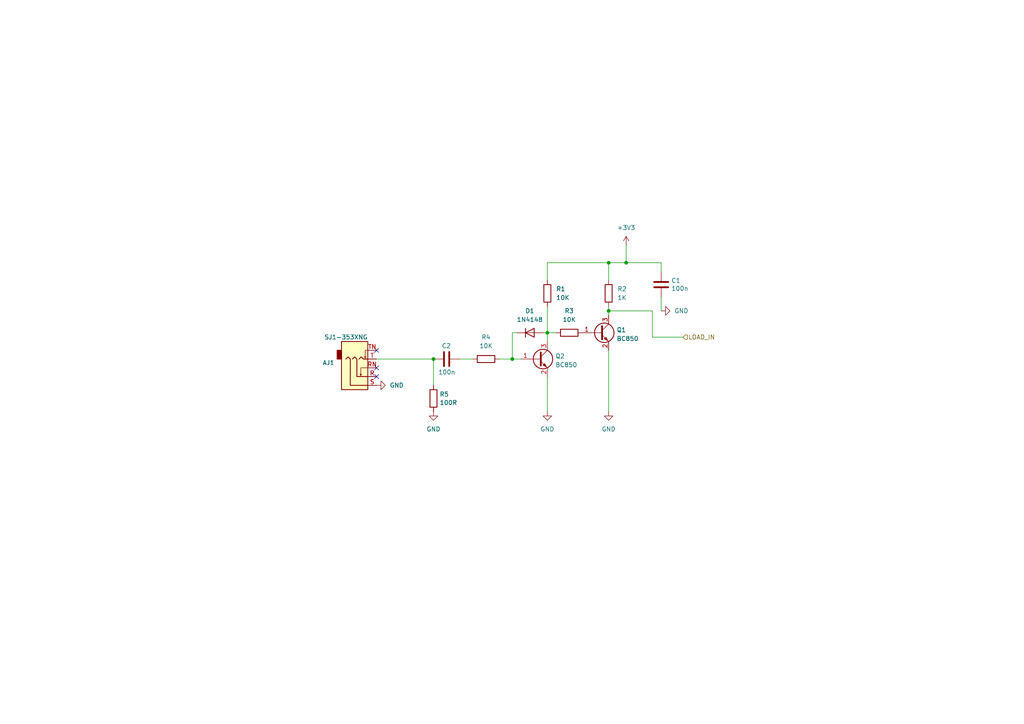
<source format=kicad_sch>
(kicad_sch (version 20250114) (generator "eeschema") (generator_version "9.0")
  (paper "A4")
  (title_block (title "FRANK M1") (date "2025-04-09") (rev "${VERSION}") (company "Mikhail Matveev") (comment 1 "https://github.com/xtremespb/frank"))
  (lib_symbols
    (symbol "BC850_1" (pin_names (offset 0) (hide yes))
      (property "Reference" "Q" (at 5.08 1.905 0))
      (property "Value" "BC850" (at 5.08 0 0))
      (symbol "BC850_1_0_1"
        (polyline (pts (xy -2.54 0) (xy 0.635 0)))
        (polyline (pts (xy 0.635 1.905) (xy 0.635 -1.905)) (stroke (width 0.508)))
        (circle (center 1.27 0) (radius 2.8194) (stroke (width 0.254)))
      )
      (symbol "BC850_1_1_1"
        (polyline (pts (xy 0.635 0.635) (xy 2.54 2.54)))
        (polyline (pts (xy 0.635 -0.635) (xy 2.54 -2.54)))
        (polyline (pts (xy 1.27 -1.778) (xy 1.778 -1.27) (xy 2.286 -2.286) (xy 1.27 -1.778)) (fill (type outline)))
        (pin input line (at -5.08 0 0) (length 2.54) (name "B") (number "1"))
        (pin passive line (at 2.54 5.08 270) (length 2.54) (name "C") (number "3"))
        (pin passive line (at 2.54 -5.08 90) (length 2.54) (name "E") (number "2"))
      )
    )
    (symbol "Device:C" (pin_numbers (hide yes)) (pin_names (offset 0.254))
      (property "Reference" "C" (at 0.635 2.54 0))
      (property "Value" "C" (at 0.635 -2.54 0))
      (symbol "C_0_1"
        (polyline (pts (xy -2.032 0.762) (xy 2.032 0.762)) (stroke (width 0.508)))
        (polyline (pts (xy -2.032 -0.762) (xy 2.032 -0.762)) (stroke (width 0.508)))
      )
      (symbol "C_1_1"
        (pin passive line (at 0 3.81 270) (length 2.794) (name "~") (number "1"))
        (pin passive line (at 0 -3.81 90) (length 2.794) (name "~") (number "2"))
      )
    )
    (symbol "Device:D" (pin_numbers (hide yes)) (pin_names (offset 1.016) (hide yes))
      (property "Reference" "D" (at 0 2.54 0))
      (property "Value" "D" (at 0 -2.54 0))
      (symbol "D_0_1"
        (polyline (pts (xy -1.27 1.27) (xy -1.27 -1.27)) (stroke (width 0.254)))
        (polyline (pts (xy 1.27 1.27) (xy 1.27 -1.27) (xy -1.27 0) (xy 1.27 1.27)) (stroke (width 0.254)))
        (polyline (pts (xy 1.27 0) (xy -1.27 0)))
      )
      (symbol "D_1_1"
        (pin passive line (at -3.81 0 0) (length 2.54) (name "K") (number "1"))
        (pin passive line (at 3.81 0 180) (length 2.54) (name "A") (number "2"))
      )
    )
    (symbol "Device:R" (pin_numbers (hide yes)) (pin_names (offset 0))
      (property "Reference" "R" (at 2.032 0 90))
      (property "Value" "R" (at 0 0 90))
      (symbol "R_0_1"
        (rectangle (start -1.016 -2.54) (end 1.016 2.54) (stroke (width 0.254)))
      )
      (symbol "R_1_1"
        (pin passive line (at 0 3.81 270) (length 1.27) (name "~") (number "1"))
        (pin passive line (at 0 -3.81 90) (length 1.27) (name "~") (number "2"))
      )
    )
    (symbol "FRANK:AudioJack_3.5mm"
      (property "Reference" "AJ2" (at -7.1119 -4.0097 0))
      (symbol "AudioJack_3.5mm_0_1"
        (rectangle (start -5.08 -5.08) (end -6.35 -7.62) (stroke (width 0.254)) (fill (type outline)))
        (polyline (pts (xy -1.905 -5.08) (xy -1.27 -5.715) (xy -0.635 -5.08) (xy -0.635 0) (xy 2.54 0)) (stroke (width 0.254)))
        (polyline (pts (xy 0 -5.08) (xy 0.635 -5.715) (xy 1.27 -5.08) (xy 2.54 -5.08)) (stroke (width 0.254)))
        (polyline (pts (xy 0.508 -0.254) (xy 0.762 -0.762)))
        (polyline (pts (xy 1.778 -5.334) (xy 2.032 -5.842)))
        (rectangle (start 2.54 3.81) (end -5.08 -10.16) (stroke (width 0.254)) (fill (type background)))
        (polyline (pts (xy 2.54 2.54) (xy -2.54 2.54) (xy -2.54 -5.08) (xy -3.175 -5.715) (xy -3.81 -5.08)) (stroke (width 0.254)))
        (polyline (pts (xy 2.54 -2.54) (xy 0.508 -2.54) (xy 0.508 -0.254) (xy 0.254 -0.762)))
        (polyline (pts (xy 2.54 -7.62) (xy 1.778 -7.62) (xy 1.778 -5.334) (xy 1.524 -5.842)))
      )
      (symbol "AudioJack_3.5mm_1_1"
        (pin passive line (at 5.08 2.54 180) (length 2.54) (name "~") (number "S"))
        (pin passive line (at 5.08 0 180) (length 2.54) (name "~") (number "R"))
        (pin passive line (at 5.08 -2.54 180) (length 2.54) (name "~") (number "RN"))
        (pin passive line (at 5.08 -5.08 180) (length 2.54) (name "~") (number "T"))
        (pin passive line (at 5.08 -7.62 180) (length 2.54) (name "~") (number "TN"))
      )
    )
    (symbol "GND_1" (power) (pin_numbers (hide yes)) (pin_names (offset 0) (hide yes))
      (property "Value" "GND" (at 0 -3.81 0))
      (symbol "GND_1_0_1"
        (polyline (pts (xy 0 0) (xy 0 -1.27) (xy 1.27 -1.27) (xy 0 -2.54) (xy -1.27 -1.27) (xy 0 -1.27)))
      )
      (symbol "GND_1_1_1"
        (pin power_in line (at 0 0 270) (length 0) (name "~") (number "1"))
      )
    )
    (symbol "GND_2" (power) (pin_numbers (hide yes)) (pin_names (offset 0) (hide yes))
      (property "Value" "GND" (at 0 -3.81 0))
      (symbol "GND_2_0_1"
        (polyline (pts (xy 0 0) (xy 0 -1.27) (xy 1.27 -1.27) (xy 0 -2.54) (xy -1.27 -1.27) (xy 0 -1.27)))
      )
      (symbol "GND_2_1_1"
        (pin power_in line (at 0 0 270) (length 0) (name "~") (number "1"))
      )
    )
    (symbol "GND_3" (power) (pin_numbers (hide yes)) (pin_names (offset 0) (hide yes))
      (property "Value" "GND" (at 0 -3.81 0))
      (symbol "GND_3_0_1"
        (polyline (pts (xy 0 0) (xy 0 -1.27) (xy 1.27 -1.27) (xy 0 -2.54) (xy -1.27 -1.27) (xy 0 -1.27)))
      )
      (symbol "GND_3_1_1"
        (pin power_in line (at 0 0 270) (length 0) (name "~") (number "1"))
      )
    )
    (symbol "GND_4" (power) (pin_numbers (hide yes)) (pin_names (offset 0) (hide yes))
      (property "Value" "GND" (at 0 -3.81 0))
      (symbol "GND_4_0_1"
        (polyline (pts (xy 0 0) (xy 0 -1.27) (xy 1.27 -1.27) (xy 0 -2.54) (xy -1.27 -1.27) (xy 0 -1.27)))
      )
      (symbol "GND_4_1_1"
        (pin power_in line (at 0 0 270) (length 0) (name "~") (number "1"))
      )
    )
    (symbol "Transistor_BJT:BC850" (pin_names (offset 0) (hide yes))
      (property "Reference" "Q" (at 5.08 1.905 0))
      (property "Value" "BC850" (at 5.08 0 0))
      (symbol "BC850_0_1"
        (polyline (pts (xy -2.54 0) (xy 0.635 0)))
        (polyline (pts (xy 0.635 1.905) (xy 0.635 -1.905)) (stroke (width 0.508)))
        (circle (center 1.27 0) (radius 2.8194) (stroke (width 0.254)))
      )
      (symbol "BC850_1_1"
        (polyline (pts (xy 0.635 0.635) (xy 2.54 2.54)))
        (polyline (pts (xy 0.635 -0.635) (xy 2.54 -2.54)))
        (polyline (pts (xy 1.27 -1.778) (xy 1.778 -1.27) (xy 2.286 -2.286) (xy 1.27 -1.778)) (fill (type outline)))
        (pin input line (at -5.08 0 0) (length 2.54) (name "B") (number "1"))
        (pin passive line (at 2.54 5.08 270) (length 2.54) (name "C") (number "3"))
        (pin passive line (at 2.54 -5.08 90) (length 2.54) (name "E") (number "2"))
      )
    )
    (symbol "power:+3V3" (power) (pin_numbers (hide yes)) (pin_names (offset 0) (hide yes))
      (property "Value" "+3V3" (at 0 3.556 0))
      (symbol "+3V3_0_1"
        (polyline (pts (xy -0.762 1.27) (xy 0 2.54)))
        (polyline (pts (xy 0 2.54) (xy 0.762 1.27)))
        (polyline (pts (xy 0 0) (xy 0 2.54)))
      )
      (symbol "+3V3_1_1"
        (pin power_in line (at 0 0 90) (length 0) (name "~") (number "1"))
      )
    )
    (symbol "power:GND" (power) (pin_numbers (hide yes)) (pin_names (offset 0) (hide yes))
      (property "Value" "GND" (at 0 -3.81 0))
      (symbol "GND_0_1"
        (polyline (pts (xy 0 0) (xy 0 -1.27) (xy 1.27 -1.27) (xy 0 -2.54) (xy -1.27 -1.27) (xy 0 -1.27)))
      )
      (symbol "GND_1_1"
        (pin power_in line (at 0 0 270) (length 0) (name "~") (number "1"))
      )
    )
  )
  (junction (at 176.53 90.17))
  (junction (at 148.59 104.14))
  (junction (at 125.73 104.14))
  (junction (at 158.75 96.52))
  (junction (at 181.61 76.2))
  (junction (at 176.53 76.2))
  (no_connect (at 109.22 101.6))
  (no_connect (at 109.22 106.68))
  (no_connect (at 109.22 109.22))
  (wire (pts (xy 176.53 90.17) (xy 189.23 90.17)))
  (wire (pts (xy 158.75 96.52) (xy 158.75 99.06)))
  (wire (pts (xy 144.78 104.14) (xy 148.59 104.14)))
  (wire (pts (xy 181.61 76.2) (xy 191.77 76.2)))
  (wire (pts (xy 189.23 90.17) (xy 189.23 97.79)))
  (wire (pts (xy 157.48 96.52) (xy 158.75 96.52)))
  (wire (pts (xy 148.59 104.14) (xy 151.13 104.14)))
  (wire (pts (xy 176.53 90.17) (xy 176.53 91.44)))
  (wire (pts (xy 149.86 96.52) (xy 148.59 96.52)))
  (wire (pts (xy 189.23 97.79) (xy 198.12 97.79)))
  (wire (pts (xy 148.59 96.52) (xy 148.59 104.14)))
  (wire (pts (xy 133.35 104.14) (xy 137.16 104.14)))
  (wire (pts (xy 176.53 76.2) (xy 181.61 76.2)))
  (wire (pts (xy 158.75 109.22) (xy 158.75 119.38)))
  (wire (pts (xy 176.53 76.2) (xy 176.53 81.28)))
  (wire (pts (xy 158.75 76.2) (xy 158.75 81.28)))
  (wire (pts (xy 181.61 71.12) (xy 181.61 76.2)))
  (wire (pts (xy 176.53 101.6) (xy 176.53 119.38)))
  (wire (pts (xy 191.77 86.36) (xy 191.77 90.17)))
  (wire (pts (xy 158.75 76.2) (xy 176.53 76.2)))
  (wire (pts (xy 191.77 76.2) (xy 191.77 78.74)))
  (wire (pts (xy 109.22 104.14) (xy 125.73 104.14)))
  (wire (pts (xy 158.75 88.9) (xy 158.75 96.52)))
  (wire (pts (xy 176.53 88.9) (xy 176.53 90.17)))
  (wire (pts (xy 125.73 104.14) (xy 125.73 111.76)))
  (wire (pts (xy 158.75 96.52) (xy 161.29 96.52)))
  (hierarchical_label "LOAD_IN" (shape input) (at 198.12 97.79 0))
  (symbol (lib_id "Device:D") (at 153.67 96.52 0) (unit 1)
    (property "Reference" "D7" (at 153.67 90.17 0))
    (property "Value" "1N4148" (at 153.67 92.71 0))
    (property "Footprint" "FRANK:Diode (SOD-323)" (effects (hide yes)))
    (property "Datasheet" "https://www.vishay.com/docs/85748/1n4148w.pdf" (effects (hide yes)))
    (property "Description" "Diode" (effects (hide yes)))
    (property "Sim.Device" "D" (effects (hide yes)))
    (property "Sim.Pins" "1=K 2=A" (effects (hide yes)))
    (property "AliExpress" "https://www.aliexpress.com/item/1005005707644429.html" (effects (hide yes)))
    (instances (project "" (path "" (reference "D1") (unit 1))) (project "" (path "" (reference "D7") (unit 1))))
  )
  (symbol (lib_name "GND_2") (lib_id "power:GND") (at 158.75 119.38 0) (unit 1)
    (property "Reference" "#PWR054" (effects (hide yes)))
    (property "Value" "GND" (at 158.75 124.46 0))
    (property "Description" "Power symbol creates a global label with name \"GND\" , ground" (effects (hide yes)))
    (instances (project "" (path "" (reference "#PWR07") (unit 1))) (project "" (path "" (reference "#PWR054") (unit 1))))
  )
  (symbol (lib_id "Device:R") (at 165.1 96.52 90) (unit 1)
    (property "Reference" "R30" (at 165.1 90.17 90))
    (property "Value" "10K" (at 165.1 92.71 90))
    (property "Footprint" "FRANK:Resistor (0805)" (effects (hide yes)))
    (property "Datasheet" "https://www.vishay.com/docs/28952/mcs0402at-mct0603at-mcu0805at-mca1206at.pdf" (effects (hide yes)))
    (property "AliExpress" "https://www.aliexpress.com/item/1005005945735199.html" (effects (hide yes)))
    (instances (project "38NJU24" (path "" (reference "R3") (unit 1))) (project "38NJU24" (path "" (reference "R30") (unit 1))))
  )
  (symbol (lib_id "power:GND") (at 125.73 119.38 0) (unit 1)
    (property "Reference" "#PWR053" (effects (hide yes)))
    (property "Value" "GND" (at 125.73 124.46 0))
    (property "Description" "Power symbol creates a global label with name \"GND\" , ground" (effects (hide yes)))
    (instances (project "" (path "" (reference "#PWR06") (unit 1))) (project "" (path "" (reference "#PWR053") (unit 1))))
  )
  (symbol (lib_id "Device:R") (at 176.53 85.09 0) (unit 1)
    (property "Reference" "R29" (at 179.07 83.8199 0) (effects (justify left)))
    (property "Value" "1K" (at 179.07 86.3599 0) (effects (justify left)))
    (property "Footprint" "FRANK:Resistor (0805)" (effects (hide yes)))
    (property "Datasheet" "https://www.vishay.com/docs/28952/mcs0402at-mct0603at-mcu0805at-mca1206at.pdf" (effects (hide yes)))
    (property "AliExpress" "https://www.aliexpress.com/item/1005005945735199.html" (effects (hide yes)))
    (instances (project "38NJU24" (path "" (reference "R2") (unit 1))) (project "38NJU24" (path "" (reference "R29") (unit 1))))
  )
  (symbol (lib_id "FRANK:AudioJack_3.5mm") (at 104.14 109.22 0) (mirror x) (unit 1)
    (property "Reference" "J11" (at 97.0281 105.2103 0) (effects (justify right)))
    (property "Value" "SJ1-353XNG" (at 106.68 97.79 0) (effects (justify right)))
    (property "Footprint" "FRANK:Jack (3.5mm)" (effects (hide yes)))
    (property "Datasheet" "https://eu.mouser.com/datasheet/2/1628/sj1_353xng-3511142.pdf" (effects (hide yes)))
    (property "Description" "Audio Jack, 3 Poles (Stereo / TRS), Switched TR Poles (Normalling)" (effects (hide yes)))
    (property "AliExpress" "https://www.aliexpress.com/item/1005006710837751.html" (effects (hide yes)))
    (instances (project "38NJU24" (path "" (reference "AJ1") (unit 1))) (project "38NJU24" (path "" (reference "J11") (unit 1))))
  )
  (symbol (lib_id "Device:C") (at 129.54 104.14 90) (unit 1)
    (property "Reference" "C13" (at 130.81 100.33 90) (effects (justify left)))
    (property "Value" "100n" (at 132.08 107.95 90) (effects (justify left)))
    (property "Footprint" "FRANK:Capacitor (0805)" (effects (hide yes)))
    (property "Datasheet" "https://eu.mouser.com/datasheet/2/40/KGM_X7R-3223212.pdf" (effects (hide yes)))
    (property "AliExpress" "https://www.aliexpress.com/item/33008008276.html" (effects (hide yes)))
    (instances (project "38NJU24" (path "" (reference "C2") (unit 1))) (project "38NJU24" (path "" (reference "C13") (unit 1))))
  )
  (symbol (lib_name "GND_1") (lib_id "power:GND") (at 109.22 111.76 90) (unit 1)
    (property "Reference" "#PWR052" (effects (hide yes)))
    (property "Value" "GND" (at 113.03 111.7599 90) (effects (justify right)))
    (property "Description" "Power symbol creates a global label with name \"GND\" , ground" (effects (hide yes)))
    (instances (project "" (path "" (reference "#PWR05") (unit 1))) (project "" (path "" (reference "#PWR052") (unit 1))))
  )
  (symbol (lib_id "Device:R") (at 140.97 104.14 90) (unit 1)
    (property "Reference" "R31" (at 140.97 97.79 90))
    (property "Value" "10K" (at 140.97 100.33 90))
    (property "Footprint" "FRANK:Resistor (0805)" (effects (hide yes)))
    (property "Datasheet" "https://www.vishay.com/docs/28952/mcs0402at-mct0603at-mcu0805at-mca1206at.pdf" (effects (hide yes)))
    (property "AliExpress" "https://www.aliexpress.com/item/1005005945735199.html" (effects (hide yes)))
    (instances (project "38NJU24" (path "" (reference "R4") (unit 1))) (project "38NJU24" (path "" (reference "R31") (unit 1))))
  )
  (symbol (lib_name "GND_4") (lib_id "power:GND") (at 191.77 90.17 90) (unit 1)
    (property "Reference" "#PWR051" (effects (hide yes)))
    (property "Value" "GND" (at 195.58 90.1699 90) (effects (justify right)))
    (property "Description" "Power symbol creates a global label with name \"GND\" , ground" (effects (hide yes)))
    (instances (project "" (path "" (reference "#PWR04") (unit 1))) (project "" (path "" (reference "#PWR051") (unit 1))))
  )
  (symbol (lib_name "GND_3") (lib_id "power:GND") (at 176.53 119.38 0) (unit 1)
    (property "Reference" "#PWR055" (effects (hide yes)))
    (property "Value" "GND" (at 176.53 124.46 0))
    (property "Description" "Power symbol creates a global label with name \"GND\" , ground" (effects (hide yes)))
    (instances (project "" (path "" (reference "#PWR08") (unit 1))) (project "" (path "" (reference "#PWR055") (unit 1))))
  )
  (symbol (lib_id "power:+3V3") (at 181.61 71.12 0) (unit 1)
    (property "Reference" "#PWR050" (effects (hide yes)))
    (property "Value" "+3V3" (at 181.61 66.04 0))
    (property "Description" "Power symbol creates a global label with name \"+3V3\"" (effects (hide yes)))
    (instances (project "" (path "" (reference "#PWR03") (unit 1))) (project "" (path "" (reference "#PWR050") (unit 1))))
  )
  (symbol (lib_id "Device:C") (at 191.77 82.55 0) (unit 1)
    (property "Reference" "C12" (at 194.691 81.3816 0) (effects (justify left)))
    (property "Value" "100n" (at 194.691 83.693 0) (effects (justify left)))
    (property "Footprint" "FRANK:Capacitor (0805)" (effects (hide yes)))
    (property "Datasheet" "https://eu.mouser.com/datasheet/2/40/KGM_X7R-3223212.pdf" (effects (hide yes)))
    (property "AliExpress" "https://www.aliexpress.com/item/33008008276.html" (effects (hide yes)))
    (instances (project "38NJU24" (path "" (reference "C1") (unit 1))) (project "38NJU24" (path "" (reference "C12") (unit 1))))
  )
  (symbol (lib_id "Device:R") (at 125.73 115.57 0) (unit 1)
    (property "Reference" "R32" (at 127.508 114.3578 0) (effects (justify left)))
    (property "Value" "100R" (at 127.508 116.7821 0) (effects (justify left)))
    (property "Footprint" "FRANK:Resistor (0805)" (effects (hide yes)))
    (property "Datasheet" "https://www.vishay.com/docs/28952/mcs0402at-mct0603at-mcu0805at-mca1206at.pdf" (effects (hide yes)))
    (property "AliExpress" "https://www.aliexpress.com/item/1005005945735199.html" (effects (hide yes)))
    (instances (project "38NJU24" (path "" (reference "R5") (unit 1))) (project "38NJU24" (path "" (reference "R32") (unit 1))))
  )
  (symbol (lib_name "BC850_1") (lib_id "Transistor_BJT:BC850") (at 156.21 104.14 0) (unit 1)
    (property "Reference" "Q2" (at 161.0614 103.3053 0) (effects (justify left)))
    (property "Value" "BC850" (at 161.0614 105.8422 0) (effects (justify left)))
    (property "Footprint" "FRANK:SOT-23" (effects (hide yes)))
    (property "Datasheet" "http://www.infineon.com/dgdl/Infineon-BC847SERIES_BC848SERIES_BC849SERIES_BC850SERIES-DS-v01_01-en.pdf?fileId=db3a304314dca389011541d4630a1657" (effects (hide yes)))
    (property "Description" "0.1A Ic, 45V Vce, NPN Transistor, SOT-23" (effects (hide yes)))
    (property "AliExpress" "https://www.aliexpress.com/item/1005005008637286.html" (effects (hide yes)))
  )
  (symbol (lib_id "Device:R") (at 158.75 85.09 0) (unit 1)
    (property "Reference" "R28" (at 161.29 83.8199 0) (effects (justify left)))
    (property "Value" "10K" (at 161.29 86.3599 0) (effects (justify left)))
    (property "Footprint" "FRANK:Resistor (0805)" (effects (hide yes)))
    (property "Datasheet" "https://www.vishay.com/docs/28952/mcs0402at-mct0603at-mcu0805at-mca1206at.pdf" (effects (hide yes)))
    (property "AliExpress" "https://www.aliexpress.com/item/1005005945735199.html" (effects (hide yes)))
    (instances (project "38NJU24" (path "" (reference "R1") (unit 1))) (project "38NJU24" (path "" (reference "R28") (unit 1))))
  )
  (symbol (lib_id "Transistor_BJT:BC850") (at 173.99 96.52 0) (unit 1)
    (property "Reference" "Q1" (at 178.8414 95.6853 0) (effects (justify left)))
    (property "Value" "BC850" (at 178.8414 98.2222 0) (effects (justify left)))
    (property "Footprint" "FRANK:SOT-23" (effects (hide yes)))
    (property "Datasheet" "http://www.infineon.com/dgdl/Infineon-BC847SERIES_BC848SERIES_BC849SERIES_BC850SERIES-DS-v01_01-en.pdf?fileId=db3a304314dca389011541d4630a1657" (effects (hide yes)))
    (property "Description" "0.1A Ic, 45V Vce, NPN Transistor, SOT-23" (effects (hide yes)))
    (property "AliExpress" "https://www.aliexpress.com/item/1005005008637286.html" (effects (hide yes)))
  )
)
</source>
